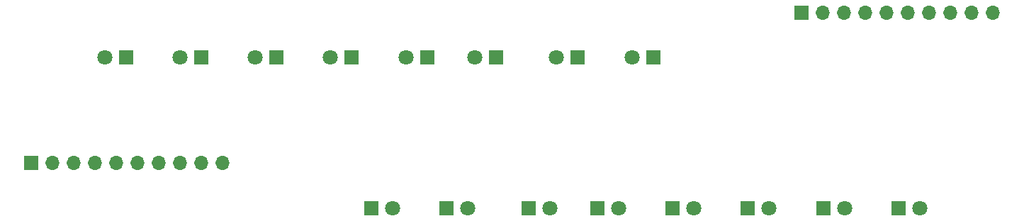
<source format=gbs>
G04 #@! TF.GenerationSoftware,KiCad,Pcbnew,(5.1.6-0-10_14)*
G04 #@! TF.CreationDate,2021-12-08T11:35:56+09:00*
G04 #@! TF.ProjectId,qPCR-panel_led_20211208,71504352-2d70-4616-9e65-6c5f6c65645f,rev?*
G04 #@! TF.SameCoordinates,Original*
G04 #@! TF.FileFunction,Soldermask,Bot*
G04 #@! TF.FilePolarity,Negative*
%FSLAX46Y46*%
G04 Gerber Fmt 4.6, Leading zero omitted, Abs format (unit mm)*
G04 Created by KiCad (PCBNEW (5.1.6-0-10_14)) date 2021-12-08 11:35:56*
%MOMM*%
%LPD*%
G01*
G04 APERTURE LIST*
%ADD10R,1.800000X1.800000*%
%ADD11C,1.800000*%
%ADD12R,1.700000X1.700000*%
%ADD13O,1.700000X1.700000*%
G04 APERTURE END LIST*
D10*
G04 #@! TO.C,D9*
X79405000Y-55521640D03*
D11*
X76865000Y-55521640D03*
G04 #@! TD*
G04 #@! TO.C,D10*
X85865000Y-55521640D03*
D10*
X88405000Y-55521640D03*
G04 #@! TD*
G04 #@! TO.C,D11*
X97405000Y-55521640D03*
D11*
X94865000Y-55521640D03*
G04 #@! TD*
G04 #@! TO.C,D12*
X103865000Y-55521640D03*
D10*
X106405000Y-55521640D03*
G04 #@! TD*
G04 #@! TO.C,D13*
X115405000Y-55521640D03*
D11*
X112865000Y-55521640D03*
G04 #@! TD*
G04 #@! TO.C,D14*
X121095000Y-55521640D03*
D10*
X123635000Y-55521640D03*
G04 #@! TD*
G04 #@! TO.C,D15*
X133405000Y-55521640D03*
D11*
X130865000Y-55521640D03*
G04 #@! TD*
G04 #@! TO.C,D16*
X139865000Y-55521640D03*
D10*
X142405000Y-55521640D03*
G04 #@! TD*
D12*
G04 #@! TO.C,U1*
X160140746Y-50121640D03*
D13*
X162680746Y-50121640D03*
X165220746Y-50121640D03*
X167760746Y-50121640D03*
X170300746Y-50121640D03*
X172840746Y-50121640D03*
X175380746Y-50121640D03*
X177920746Y-50121640D03*
X180460746Y-50121640D03*
X183000746Y-50121640D03*
G04 #@! TD*
D10*
G04 #@! TO.C,D1*
X171730000Y-73521640D03*
D11*
X174270000Y-73521640D03*
G04 #@! TD*
G04 #@! TO.C,D2*
X165270000Y-73521640D03*
D10*
X162730000Y-73521640D03*
G04 #@! TD*
G04 #@! TO.C,D3*
X153730000Y-73521640D03*
D11*
X156270000Y-73521640D03*
G04 #@! TD*
G04 #@! TO.C,D4*
X147270000Y-73521640D03*
D10*
X144730000Y-73521640D03*
G04 #@! TD*
G04 #@! TO.C,D5*
X135730000Y-73521640D03*
D11*
X138270000Y-73521640D03*
G04 #@! TD*
G04 #@! TO.C,D6*
X130040000Y-73521640D03*
D10*
X127500000Y-73521640D03*
G04 #@! TD*
G04 #@! TO.C,D7*
X117730000Y-73521640D03*
D11*
X120270000Y-73521640D03*
G04 #@! TD*
G04 #@! TO.C,D8*
X111270000Y-73521640D03*
D10*
X108730000Y-73521640D03*
G04 #@! TD*
D12*
G04 #@! TO.C,U1*
X68134254Y-68121640D03*
D13*
X70674254Y-68121640D03*
X73214254Y-68121640D03*
X75754254Y-68121640D03*
X78294254Y-68121640D03*
X80834254Y-68121640D03*
X83374254Y-68121640D03*
X85914254Y-68121640D03*
X88454254Y-68121640D03*
X90994254Y-68121640D03*
G04 #@! TD*
M02*

</source>
